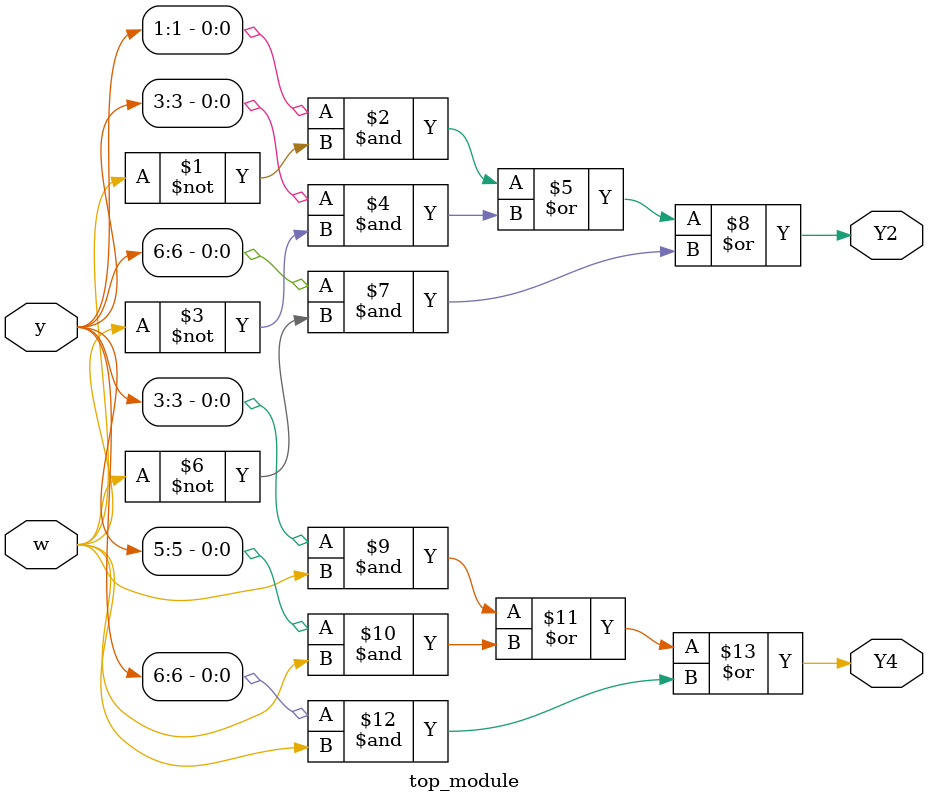
<source format=sv>
module top_module (
    input [6:1] y,
    input w,
    output Y2,
    output Y4
);

    assign Y2 = (y[1] & ~w)   // A to B
              | (y[3] & ~w)   // B to C
              | (y[6] & ~w);  // F to C

    assign Y4 = (y[3] & w)    // B to D
              | (y[5] & w)    // C to D
              | (y[6] & w);   // F to D

endmodule

</source>
